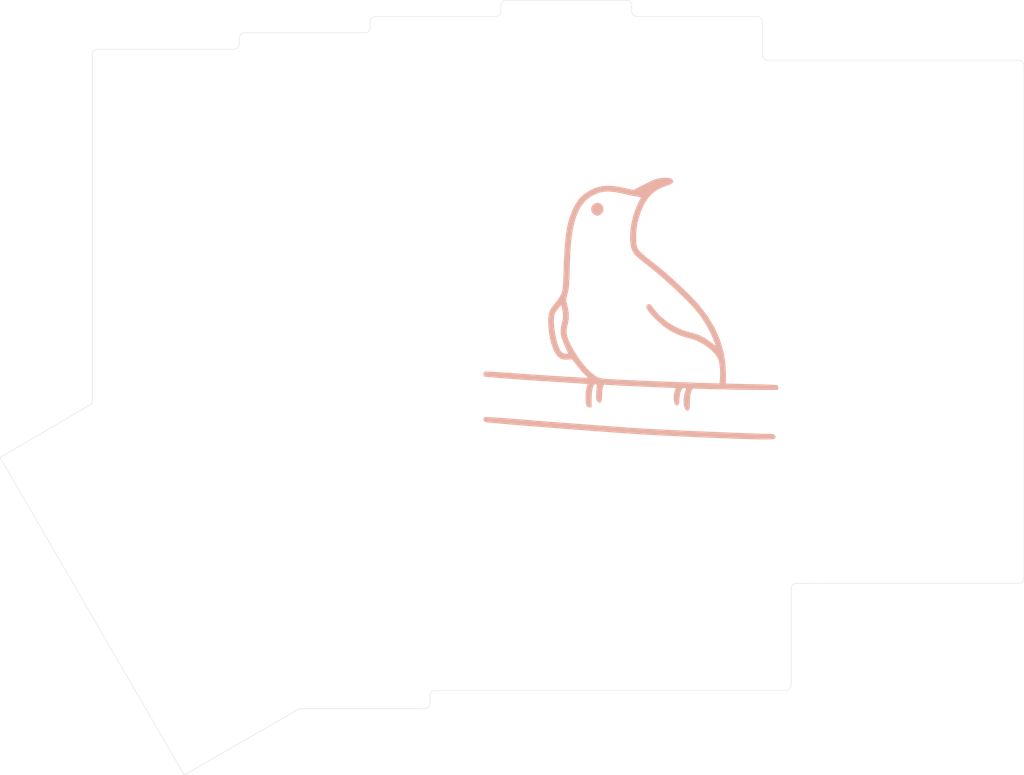
<source format=kicad_pcb>
(kicad_pcb (version 20171130) (host pcbnew "(5.1.9-0-10_14)")

  (general
    (thickness 1.6)
    (drawings 39)
    (tracks 0)
    (zones 0)
    (modules 6)
    (nets 1)
  )

  (page A4)
  (layers
    (0 F.Cu signal)
    (31 B.Cu signal)
    (32 B.Adhes user)
    (33 F.Adhes user)
    (34 B.Paste user)
    (35 F.Paste user)
    (36 B.SilkS user)
    (37 F.SilkS user)
    (38 B.Mask user)
    (39 F.Mask user)
    (40 Dwgs.User user)
    (41 Cmts.User user)
    (42 Eco1.User user)
    (43 Eco2.User user)
    (44 Edge.Cuts user)
    (45 Margin user)
    (46 B.CrtYd user)
    (47 F.CrtYd user)
    (48 B.Fab user)
    (49 F.Fab user)
  )

  (setup
    (last_trace_width 0.25)
    (trace_clearance 0.2)
    (zone_clearance 0.508)
    (zone_45_only no)
    (trace_min 0.2)
    (via_size 0.8)
    (via_drill 0.4)
    (via_min_size 0.4)
    (via_min_drill 0.3)
    (uvia_size 0.3)
    (uvia_drill 0.1)
    (uvias_allowed no)
    (uvia_min_size 0.2)
    (uvia_min_drill 0.1)
    (edge_width 0.05)
    (segment_width 0.2)
    (pcb_text_width 0.3)
    (pcb_text_size 1.5 1.5)
    (mod_edge_width 0.12)
    (mod_text_size 1 1)
    (mod_text_width 0.15)
    (pad_size 1.524 1.524)
    (pad_drill 0.762)
    (pad_to_mask_clearance 0)
    (aux_axis_origin 0 0)
    (grid_origin 221.477 98.425)
    (visible_elements FFFFFF7F)
    (pcbplotparams
      (layerselection 0x011fc_ffffffff)
      (usegerberextensions false)
      (usegerberattributes true)
      (usegerberadvancedattributes true)
      (creategerberjobfile true)
      (excludeedgelayer true)
      (linewidth 0.100000)
      (plotframeref false)
      (viasonmask false)
      (mode 1)
      (useauxorigin false)
      (hpglpennumber 1)
      (hpglpenspeed 20)
      (hpglpendiameter 15.000000)
      (psnegative false)
      (psa4output false)
      (plotreference true)
      (plotvalue true)
      (plotinvisibletext false)
      (padsonsilk false)
      (subtractmaskfromsilk false)
      (outputformat 1)
      (mirror false)
      (drillshape 0)
      (scaleselection 1)
      (outputdirectory "./gerbers"))
  )

  (net 0 "")

  (net_class Default "This is the default net class."
    (clearance 0.2)
    (trace_width 0.25)
    (via_dia 0.8)
    (via_drill 0.4)
    (uvia_dia 0.3)
    (uvia_drill 0.1)
  )

  (module footprints:wren_logo_large (layer B.Cu) (tedit 0) (tstamp 60855839)
    (at 164.2 96.52 180)
    (fp_text reference G*** (at 0 0) (layer B.SilkS) hide
      (effects (font (size 1.524 1.524) (thickness 0.3)) (justify mirror))
    )
    (fp_text value LOGO (at 0.75 0) (layer B.SilkS) hide
      (effects (font (size 1.524 1.524) (thickness 0.3)) (justify mirror))
    )
    (fp_poly (pts (xy 21.305306 -15.777034) (xy 21.453922 -15.934693) (xy 21.466438 -16.175629) (xy 21.354528 -16.405686)
      (xy 21.214773 -16.507264) (xy 21.053493 -16.535665) (xy 20.680056 -16.579135) (xy 20.112626 -16.63624)
      (xy 19.369365 -16.705548) (xy 18.468436 -16.785627) (xy 17.428001 -16.875044) (xy 16.266223 -16.972367)
      (xy 15.001265 -17.076163) (xy 13.651289 -17.184999) (xy 12.234457 -17.297443) (xy 10.768933 -17.412063)
      (xy 9.272879 -17.527425) (xy 7.764457 -17.642098) (xy 6.261831 -17.754649) (xy 4.783162 -17.863644)
      (xy 3.346614 -17.967653) (xy 1.970349 -18.065242) (xy 0.67253 -18.154978) (xy -0.528681 -18.235429)
      (xy -1.443182 -18.29437) (xy -2.503227 -18.3581) (xy -3.703184 -18.424786) (xy -5.016008 -18.493303)
      (xy -6.414652 -18.562527) (xy -7.87207 -18.631331) (xy -9.361215 -18.698591) (xy -10.855041 -18.763181)
      (xy -12.326502 -18.823975) (xy -13.748553 -18.879849) (xy -15.094146 -18.929676) (xy -16.336235 -18.972332)
      (xy -17.447775 -19.006691) (xy -18.401718 -19.031628) (xy -19.171019 -19.046017) (xy -19.584272 -19.049211)
      (xy -20.195318 -19.041674) (xy -20.611466 -19.01543) (xy -20.868267 -18.966355) (xy -21.00127 -18.890322)
      (xy -21.006602 -18.884198) (xy -21.088757 -18.646227) (xy -20.985355 -18.424501) (xy -20.738422 -18.274319)
      (xy -20.517983 -18.241252) (xy -20.066912 -18.235329) (xy -19.410297 -18.21929) (xy -18.573238 -18.19417)
      (xy -17.580831 -18.161006) (xy -16.458172 -18.120833) (xy -15.230359 -18.074688) (xy -13.92249 -18.023608)
      (xy -12.559661 -17.968627) (xy -11.16697 -17.910782) (xy -9.769513 -17.85111) (xy -8.392389 -17.790645)
      (xy -7.060693 -17.730426) (xy -5.799523 -17.671486) (xy -4.633976 -17.614864) (xy -3.58915 -17.561594)
      (xy -2.690142 -17.512713) (xy -2.251363 -17.487139) (xy -1.25053 -17.42423) (xy -0.045904 -17.343913)
      (xy 1.336212 -17.248149) (xy 2.869515 -17.138894) (xy 4.527703 -17.018107) (xy 6.284472 -16.887745)
      (xy 8.113521 -16.749768) (xy 9.988545 -16.606133) (xy 11.883242 -16.458798) (xy 13.77131 -16.309721)
      (xy 15.626445 -16.16086) (xy 16.311897 -16.105197) (xy 17.348108 -16.022586) (xy 18.316016 -15.948933)
      (xy 19.190713 -15.885875) (xy 19.947289 -15.835048) (xy 20.560837 -15.798089) (xy 21.006449 -15.776636)
      (xy 21.259216 -15.772325) (xy 21.305306 -15.777034)) (layer B.SilkS) (width 0.01))
    (fp_poly (pts (xy -4.856424 19.034026) (xy -4.701341 19.027021) (xy -4.31494 19.005227) (xy -4.002778 18.971113)
      (xy -3.716503 18.908523) (xy -3.407765 18.801302) (xy -3.028209 18.633293) (xy -2.529484 18.388343)
      (xy -2.025884 18.133086) (xy -0.364722 17.287646) (xy 0.990352 17.596645) (xy 2.189584 17.821982)
      (xy 3.240772 17.906898) (xy 4.183967 17.84491) (xy 5.05922 17.629535) (xy 5.906582 17.254291)
      (xy 6.766103 16.712694) (xy 6.85723 16.646975) (xy 7.454439 16.086253) (xy 8.005388 15.315968)
      (xy 8.50004 14.354606) (xy 8.928355 13.220656) (xy 9.169182 12.389182) (xy 9.333765 11.60056)
      (xy 9.477301 10.59267) (xy 9.598779 9.376284) (xy 9.697186 7.962172) (xy 9.771509 6.361105)
      (xy 9.791223 5.772453) (xy 9.820243 4.847574) (xy 9.846486 4.121862) (xy 9.873266 3.563653)
      (xy 9.903898 3.141285) (xy 9.941696 2.823097) (xy 9.989974 2.577424) (xy 10.052046 2.372604)
      (xy 10.131226 2.176976) (xy 10.178542 2.072115) (xy 10.419344 1.636618) (xy 10.746041 1.156428)
      (xy 11.025415 0.808738) (xy 11.473393 0.259616) (xy 11.773302 -0.2406) (xy 11.950922 -0.763478)
      (xy 12.032033 -1.380588) (xy 12.04448 -2.020455) (xy 11.985397 -3.041094) (xy 11.837215 -4.053344)
      (xy 11.612813 -5.004171) (xy 11.325074 -5.84054) (xy 10.986877 -6.509415) (xy 10.935031 -6.588446)
      (xy 10.565466 -7.042161) (xy 10.17342 -7.305534) (xy 9.688741 -7.414154) (xy 9.298176 -7.41892)
      (xy 8.569945 -7.391022) (xy 7.750324 -8.417441) (xy 7.382157 -8.865492) (xy 7.026998 -9.275086)
      (xy 6.731159 -9.594) (xy 6.573766 -9.744203) (xy 6.216829 -10.044546) (xy 6.774096 -10.044348)
      (xy 7.062025 -10.036283) (xy 7.555108 -10.01328) (xy 8.228182 -9.976934) (xy 9.056086 -9.928843)
      (xy 10.013657 -9.870603) (xy 11.075733 -9.803811) (xy 12.217152 -9.730065) (xy 13.412751 -9.65096)
      (xy 14.637368 -9.568093) (xy 15.865842 -9.483063) (xy 17.073009 -9.397464) (xy 17.814512 -9.343726)
      (xy 18.672886 -9.283513) (xy 19.460626 -9.233154) (xy 20.147102 -9.194218) (xy 20.701686 -9.168274)
      (xy 21.093748 -9.156892) (xy 21.292659 -9.161639) (xy 21.307012 -9.164828) (xy 21.432495 -9.317488)
      (xy 21.471151 -9.569256) (xy 21.416301 -9.802686) (xy 21.347584 -9.878476) (xy 21.20143 -9.906564)
      (xy 20.845949 -9.947197) (xy 20.30229 -9.998786) (xy 19.5916 -10.05974) (xy 18.73503 -10.128469)
      (xy 17.753727 -10.203385) (xy 16.66884 -10.282896) (xy 15.501518 -10.365412) (xy 14.27291 -10.449345)
      (xy 13.004165 -10.533103) (xy 11.71643 -10.615097) (xy 10.795 -10.671807) (xy 9.938108 -10.72456)
      (xy 9.114826 -10.776756) (xy 8.366521 -10.825656) (xy 7.734558 -10.868523) (xy 7.260304 -10.902619)
      (xy 7.030818 -10.920978) (xy 6.268455 -10.988212) (xy 6.437129 -11.468879) (xy 6.529098 -11.882739)
      (xy 6.582759 -12.434819) (xy 6.596157 -13.035311) (xy 6.567341 -13.594406) (xy 6.494356 -14.022294)
      (xy 6.492776 -14.027727) (xy 6.375164 -14.279164) (xy 6.172827 -14.36841) (xy 6.053057 -14.374091)
      (xy 5.715 -14.374091) (xy 5.714414 -13.104091) (xy 5.685353 -12.293112) (xy 5.601097 -11.667805)
      (xy 5.464784 -11.239141) (xy 5.279551 -11.018094) (xy 5.111043 -10.995017) (xy 4.959007 -11.107469)
      (xy 4.947907 -11.205948) (xy 4.974432 -11.39498) (xy 5.007727 -11.746151) (xy 5.041483 -12.191061)
      (xy 5.048421 -12.295909) (xy 5.071791 -12.775338) (xy 5.060555 -13.089123) (xy 5.005323 -13.30115)
      (xy 4.896704 -13.475305) (xy 4.870247 -13.508182) (xy 4.676694 -13.697883) (xy 4.513608 -13.713901)
      (xy 4.42337 -13.668883) (xy 4.313193 -13.559375) (xy 4.245572 -13.361997) (xy 4.209264 -13.025511)
      (xy 4.195371 -12.629792) (xy 4.170121 -12.145873) (xy 4.120805 -11.711611) (xy 4.05747 -11.412111)
      (xy 4.048756 -11.387579) (xy 3.920861 -11.056521) (xy 2.855203 -11.130699) (xy 2.548505 -11.149127)
      (xy 2.056647 -11.175141) (xy 1.412302 -11.207272) (xy 0.648141 -11.244053) (xy -0.203166 -11.284018)
      (xy -1.108947 -11.325698) (xy -2.036532 -11.367626) (xy -2.953249 -11.408335) (xy -3.826427 -11.446357)
      (xy -4.623395 -11.480225) (xy -5.311482 -11.508472) (xy -5.858017 -11.529629) (xy -6.230329 -11.54223)
      (xy -6.372972 -11.545183) (xy -6.491342 -11.565603) (xy -6.505043 -11.666485) (xy -6.41754 -11.907976)
      (xy -6.396754 -11.958001) (xy -6.294589 -12.335529) (xy -6.24979 -12.791198) (xy -6.259123 -13.25685)
      (xy -6.319355 -13.664325) (xy -6.427254 -13.945467) (xy -6.494318 -14.015084) (xy -6.748987 -14.100521)
      (xy -6.930303 -13.984176) (xy -7.042876 -13.658991) (xy -7.091314 -13.117912) (xy -7.091769 -13.100553)
      (xy -7.155733 -12.421132) (xy -7.305868 -11.927938) (xy -7.536828 -11.632567) (xy -7.808499 -11.545455)
      (xy -8.016281 -11.574943) (xy -8.041188 -11.691139) (xy -8.020211 -11.7475) (xy -7.800845 -12.413285)
      (xy -7.685058 -13.104083) (xy -7.675058 -13.759122) (xy -7.773054 -14.31763) (xy -7.915429 -14.631571)
      (xy -8.088067 -14.84409) (xy -8.252086 -14.871202) (xy -8.425426 -14.782328) (xy -8.511475 -14.667611)
      (xy -8.565211 -14.429227) (xy -8.592325 -14.028333) (xy -8.598608 -13.600687) (xy -8.621083 -12.927568)
      (xy -8.688839 -12.433434) (xy -8.800553 -12.086599) (xy -8.999743 -11.64638) (xy -12.841462 -11.740235)
      (xy -13.902949 -11.764239) (xy -15.01579 -11.785976) (xy -16.126013 -11.804628) (xy -17.179643 -11.819381)
      (xy -18.122704 -11.829418) (xy -18.901222 -11.833923) (xy -19.05 -11.834091) (xy -21.416818 -11.834091)
      (xy -21.453414 -11.515935) (xy -21.429793 -11.249643) (xy -21.334815 -11.138224) (xy -21.184973 -11.121104)
      (xy -20.833209 -11.100577) (xy -20.308467 -11.077728) (xy -19.63969 -11.053642) (xy -18.855821 -11.029404)
      (xy -17.985804 -11.0061) (xy -17.502508 -10.994563) (xy -13.825397 -10.910455) (xy -13.846155 -9.616432)
      (xy -13.840084 -9.491213) (xy -13.00462 -9.491213) (xy -12.978424 -10.090592) (xy -12.904022 -10.887093)
      (xy -10.406329 -10.810696) (xy -9.566161 -10.784074) (xy -8.563869 -10.750826) (xy -7.468064 -10.71332)
      (xy -6.347355 -10.673922) (xy -5.270353 -10.635001) (xy -4.675909 -10.612946) (xy -3.616492 -10.571566)
      (xy -2.434576 -10.522685) (xy -1.208875 -10.469736) (xy -0.018103 -10.416154) (xy 1.059026 -10.365374)
      (xy 1.51975 -10.342642) (xy 2.425379 -10.296348) (xy 3.131526 -10.256867) (xy 3.66936 -10.220106)
      (xy 4.070051 -10.181973) (xy 4.364768 -10.138373) (xy 4.584681 -10.085214) (xy 4.760959 -10.018404)
      (xy 4.924771 -9.933849) (xy 5.010726 -9.884235) (xy 5.632954 -9.435695) (xy 6.300509 -8.804136)
      (xy 6.98265 -8.024556) (xy 7.648636 -7.131956) (xy 8.023676 -6.546133) (xy 9.120909 -6.546133)
      (xy 9.222302 -6.569119) (xy 9.473039 -6.564247) (xy 9.542394 -6.559015) (xy 9.955974 -6.438175)
      (xy 10.176993 -6.234546) (xy 10.433339 -5.775503) (xy 10.667399 -5.150135) (xy 10.870472 -4.411025)
      (xy 11.033858 -3.610756) (xy 11.148856 -2.801914) (xy 11.206765 -2.037081) (xy 11.198885 -1.368841)
      (xy 11.116515 -0.849777) (xy 11.084175 -0.751871) (xy 10.957362 -0.507529) (xy 10.755595 -0.20297)
      (xy 10.52585 0.100467) (xy 10.315103 0.34144) (xy 10.17033 0.458609) (xy 10.154712 0.461818)
      (xy 10.099675 0.35666) (xy 10.029259 0.078671) (xy 9.95725 -0.315916) (xy 9.94595 -0.389818)
      (xy 9.884109 -0.912343) (xy 9.884308 -1.314342) (xy 9.949808 -1.698592) (xy 9.992646 -1.861864)
      (xy 10.159585 -2.549205) (xy 10.233386 -3.140668) (xy 10.206988 -3.697397) (xy 10.073331 -4.280533)
      (xy 9.825353 -4.95122) (xy 9.569149 -5.528936) (xy 9.373295 -5.957032) (xy 9.220846 -6.299631)
      (xy 9.133455 -6.507596) (xy 9.120909 -6.546133) (xy 8.023676 -6.546133) (xy 8.241351 -6.206119)
      (xy 8.72529 -5.343487) (xy 9.067446 -4.616843) (xy 9.276891 -3.987354) (xy 9.362698 -3.416191)
      (xy 9.333937 -2.86452) (xy 9.199681 -2.29351) (xy 9.174142 -2.213355) (xy 9.03842 -1.481945)
      (xy 9.055197 -0.601296) (xy 9.223541 0.40527) (xy 9.289508 0.67504) (xy 9.383149 1.065866)
      (xy 9.415407 1.353149) (xy 9.382298 1.633183) (xy 9.279841 2.002258) (xy 9.227789 2.167375)
      (xy 9.152499 2.426426) (xy 9.091762 2.70028) (xy 9.04288 3.020893) (xy 9.003157 3.420222)
      (xy 8.969895 3.930226) (xy 8.940397 4.58286) (xy 8.911965 5.410082) (xy 8.889364 6.176818)
      (xy 8.841505 7.557818) (xy 8.7795 8.742553) (xy 8.699447 9.765437) (xy 8.597446 10.660887)
      (xy 8.469598 11.463318) (xy 8.312003 12.207145) (xy 8.126803 12.905982) (xy 7.734001 14.016961)
      (xy 7.249429 14.931271) (xy 6.656195 15.670675) (xy 5.937405 16.256937) (xy 5.222379 16.647812)
      (xy 4.569791 16.896397) (xy 3.917394 17.036443) (xy 3.216466 17.0693) (xy 2.418281 16.996318)
      (xy 1.474117 16.818849) (xy 1.212273 16.758952) (xy 0.589793 16.617516) (xy -0.011664 16.489618)
      (xy -0.525567 16.388867) (xy -0.885384 16.328871) (xy -0.899238 16.327042) (xy -1.231178 16.271477)
      (xy -1.438232 16.21208) (xy -1.47585 16.177033) (xy -1.407961 16.0444) (xy -1.265493 15.770796)
      (xy -1.108383 15.470909) (xy -0.67895 14.512495) (xy -0.333213 13.456242) (xy -0.079774 12.354795)
      (xy 0.072762 11.260797) (xy 0.115793 10.226895) (xy 0.040714 9.305731) (xy -0.038474 8.924184)
      (xy -0.198565 8.489923) (xy -0.424695 8.080278) (xy -0.529156 7.941568) (xy -0.654139 7.800819)
      (xy -0.787768 7.662351) (xy -0.953561 7.50629) (xy -1.175036 7.312761) (xy -1.475713 7.061891)
      (xy -1.879109 6.733805) (xy -2.408743 6.308629) (xy -3.088134 5.766489) (xy -3.348182 5.559342)
      (xy -4.049488 4.981296) (xy -4.846199 4.291988) (xy -5.694878 3.531701) (xy -6.552085 2.740717)
      (xy -7.374381 1.959317) (xy -8.118328 1.227785) (xy -8.740488 0.586403) (xy -8.919204 0.393122)
      (xy -9.986973 -0.883216) (xy -10.86751 -2.170795) (xy -11.599327 -3.52942) (xy -11.939072 -4.296358)
      (xy -12.119111 -4.737239) (xy -12.259673 -5.092782) (xy -12.341132 -5.31275) (xy -12.353636 -5.357473)
      (xy -12.269403 -5.320903) (xy -12.044919 -5.171683) (xy -11.722508 -4.938532) (xy -11.592457 -4.840974)
      (xy -10.827408 -4.306533) (xy -10.12825 -3.92408) (xy -9.424301 -3.659414) (xy -8.862341 -3.520022)
      (xy -7.624199 -3.162801) (xy -6.419422 -2.618679) (xy -5.290884 -1.915978) (xy -4.281453 -1.083019)
      (xy -3.434001 -0.148124) (xy -3.143279 0.258134) (xy -2.859177 0.583691) (xy -2.590128 0.682926)
      (xy -2.340999 0.554379) (xy -2.301742 0.51069) (xy -2.235164 0.308373) (xy -2.316064 0.023385)
      (xy -2.553221 -0.357969) (xy -2.955414 -0.849383) (xy -3.531422 -1.46455) (xy -3.636818 -1.57185)
      (xy -4.604607 -2.452763) (xy -5.614977 -3.163506) (xy -6.715287 -3.729654) (xy -7.952898 -4.176779)
      (xy -8.941056 -4.43604) (xy -9.606459 -4.663179) (xy -10.323639 -5.032722) (xy -11.038612 -5.504759)
      (xy -11.697394 -6.039377) (xy -12.246003 -6.596665) (xy -12.630455 -7.13671) (xy -12.654249 -7.181342)
      (xy -12.796918 -7.586227) (xy -12.907977 -8.152011) (xy -12.979766 -8.809928) (xy -13.00462 -9.491213)
      (xy -13.840084 -9.491213) (xy -13.760199 -7.843645) (xy -13.447386 -6.096978) (xy -12.911106 -4.385049)
      (xy -12.154747 -2.71647) (xy -11.181696 -1.099858) (xy -9.995343 0.456174) (xy -9.791404 0.692727)
      (xy -9.129778 1.411822) (xy -8.323605 2.22982) (xy -7.414308 3.108749) (xy -6.443306 4.010634)
      (xy -5.45202 4.897501) (xy -4.481872 5.731378) (xy -3.574281 6.474291) (xy -3.001818 6.917282)
      (xy -2.257997 7.493399) (xy -1.693382 7.972432) (xy -1.287594 8.373418) (xy -1.02025 8.715393)
      (xy -0.951547 8.832273) (xy -0.843482 9.182967) (xy -0.780483 9.706514) (xy -0.761632 10.34948)
      (xy -0.786011 11.058435) (xy -0.852703 11.779945) (xy -0.960789 12.46058) (xy -1.018347 12.721562)
      (xy -1.408446 14.03784) (xy -1.894333 15.152016) (xy -2.486247 16.076461) (xy -3.194425 16.82355)
      (xy -4.029106 17.405656) (xy -5.000527 17.835152) (xy -5.337006 17.940964) (xy -5.835709 18.130077)
      (xy -6.120943 18.344855) (xy -6.187144 18.577531) (xy -6.028746 18.820337) (xy -5.99046 18.852976)
      (xy -5.823819 18.96157) (xy -5.61826 19.022678) (xy -5.315292 19.044198) (xy -4.856424 19.034026)) (layer B.SilkS) (width 0.01))
    (fp_poly (pts (xy 5.069193 15.393824) (xy 5.230564 15.340912) (xy 5.572928 15.092528) (xy 5.756617 14.738869)
      (xy 5.778782 14.344327) (xy 5.636575 13.973295) (xy 5.327148 13.690165) (xy 5.304125 13.677855)
      (xy 5.021324 13.546637) (xy 4.821633 13.52682) (xy 4.587663 13.615262) (xy 4.505003 13.656477)
      (xy 4.169441 13.924515) (xy 4.00618 14.263896) (xy 3.995071 14.627846) (xy 4.115966 14.969589)
      (xy 4.348717 15.24235) (xy 4.673175 15.399353) (xy 5.069193 15.393824)) (layer B.SilkS) (width 0.01))
  )

  (module MountingHole:MountingHole_2.2mm_M2 (layer B.Cu) (tedit 56D1B4CB) (tstamp 607B26AA)
    (at 111.114 139.35075 180)
    (descr "Mounting Hole 2.2mm, no annular, M2")
    (tags "mounting hole 2.2mm no annular m2")
    (path /607DE302)
    (attr virtual)
    (fp_text reference H7 (at 0 6.5) (layer B.SilkS) hide
      (effects (font (size 1 1) (thickness 0.15)) (justify mirror))
    )
    (fp_text value MountingHole (at 0 -6.5) (layer B.Fab)
      (effects (font (size 1 1) (thickness 0.15)) (justify mirror))
    )
    (fp_text user %R (at 0.3 0) (layer B.Fab)
      (effects (font (size 1 1) (thickness 0.15)) (justify mirror))
    )
    (fp_circle (center 0 0) (end 2.2 0) (layer Cmts.User) (width 0.15))
    (fp_circle (center 0 0) (end 2.45 0) (layer B.CrtYd) (width 0.05))
    (pad 1 np_thru_hole circle (at 0 0 180) (size 2.2 2.2) (drill 2.2) (layers *.Cu *.Mask))
  )

  (module MountingHole:MountingHole_2.2mm_M2 (layer B.Cu) (tedit 56D1B4CB) (tstamp 607B26A2)
    (at 126.227 113.50625 180)
    (descr "Mounting Hole 2.2mm, no annular, M2")
    (tags "mounting hole 2.2mm no annular m2")
    (path /607DF460)
    (attr virtual)
    (fp_text reference H6 (at 0 6.5) (layer B.SilkS) hide
      (effects (font (size 1 1) (thickness 0.15)) (justify mirror))
    )
    (fp_text value MountingHole (at 0 -6.5) (layer B.Fab)
      (effects (font (size 1 1) (thickness 0.15)) (justify mirror))
    )
    (fp_text user %R (at 0.3 0) (layer B.Fab)
      (effects (font (size 1 1) (thickness 0.15)) (justify mirror))
    )
    (fp_circle (center 0 0) (end 2.2 0) (layer Cmts.User) (width 0.15))
    (fp_circle (center 0 0) (end 2.45 0) (layer B.CrtYd) (width 0.05))
    (pad 1 np_thru_hole circle (at 0 0 180) (size 2.2 2.2) (drill 2.2) (layers *.Cu *.Mask))
  )

  (module MountingHole:MountingHole_2.2mm_M2 (layer B.Cu) (tedit 56D1B4CB) (tstamp 607B268A)
    (at 126.227 75.40625 180)
    (descr "Mounting Hole 2.2mm, no annular, M2")
    (tags "mounting hole 2.2mm no annular m2")
    (path /607DC9F0)
    (attr virtual)
    (fp_text reference H3 (at 0 6.5) (layer B.SilkS) hide
      (effects (font (size 1 1) (thickness 0.15)) (justify mirror))
    )
    (fp_text value MountingHole (at 0 -6.5) (layer B.Fab)
      (effects (font (size 1 1) (thickness 0.15)) (justify mirror))
    )
    (fp_text user %R (at 0.3 0) (layer B.Fab)
      (effects (font (size 1 1) (thickness 0.15)) (justify mirror))
    )
    (fp_circle (center 0 0) (end 2.2 0) (layer Cmts.User) (width 0.15))
    (fp_circle (center 0 0) (end 2.45 0) (layer B.CrtYd) (width 0.05))
    (pad 1 np_thru_hole circle (at 0 0 180) (size 2.2 2.2) (drill 2.2) (layers *.Cu *.Mask))
  )

  (module MountingHole:MountingHole_2.2mm_M2 (layer B.Cu) (tedit 56D1B4CB) (tstamp 607B2682)
    (at 202.427 79.375 180)
    (descr "Mounting Hole 2.2mm, no annular, M2")
    (tags "mounting hole 2.2mm no annular m2")
    (path /607DE9D9)
    (attr virtual)
    (fp_text reference H2 (at 0 6.5) (layer B.SilkS) hide
      (effects (font (size 1 1) (thickness 0.15)) (justify mirror))
    )
    (fp_text value MountingHole (at 0 -6.5) (layer B.Fab)
      (effects (font (size 1 1) (thickness 0.15)) (justify mirror))
    )
    (fp_text user %R (at 0.3 0) (layer B.Fab)
      (effects (font (size 1 1) (thickness 0.15)) (justify mirror))
    )
    (fp_circle (center 0 0) (end 2.2 0) (layer Cmts.User) (width 0.15))
    (fp_circle (center 0 0) (end 2.45 0) (layer B.CrtYd) (width 0.05))
    (pad 1 np_thru_hole circle (at 0 0 180) (size 2.2 2.2) (drill 2.2) (layers *.Cu *.Mask))
  )

  (module MountingHole:MountingHole_2.2mm_M2 (layer B.Cu) (tedit 56D1B4CB) (tstamp 607B99EA)
    (at 202.4015 117.44325 180)
    (descr "Mounting Hole 2.2mm, no annular, M2")
    (tags "mounting hole 2.2mm no annular m2")
    (path /607DE5EF)
    (attr virtual)
    (fp_text reference H1 (at 0 6.5) (layer B.SilkS) hide
      (effects (font (size 1 1) (thickness 0.15)) (justify mirror))
    )
    (fp_text value MountingHole (at 0 -6.5) (layer B.Fab)
      (effects (font (size 1 1) (thickness 0.15)) (justify mirror))
    )
    (fp_text user %R (at 0.3 0) (layer B.Fab)
      (effects (font (size 1 1) (thickness 0.15)) (justify mirror))
    )
    (fp_circle (center 0 0) (end 2.2 0) (layer Cmts.User) (width 0.15))
    (fp_circle (center 0 0) (end 2.45 0) (layer B.CrtYd) (width 0.05))
    (pad 1 np_thru_hole circle (at 0 0 180) (size 2.2 2.2) (drill 2.2) (layers *.Cu *.Mask))
  )

  (gr_arc (start 165.1115 53.18125) (end 165.1115 53.975) (angle 90) (layer Edge.Cuts) (width 0.05))
  (gr_line (start 220.6565 60.325) (end 184.1555 60.325) (layer Edge.Cuts) (width 0.05) (tstamp 6084BB3E))
  (gr_line (start 221.45 135.73125) (end 221.45025 61.11875) (layer Edge.Cuts) (width 0.05) (tstamp 6084BB36))
  (gr_line (start 220.6565 136.52475) (end 192.0905 136.525) (layer Edge.Cuts) (width 0.05) (tstamp 6084BB1C))
  (gr_line (start 188.336 136.52525) (end 192.0905 136.525) (layer Edge.Cuts) (width 0.05) (tstamp 6084922F))
  (gr_line (start 187.5425 151.32075) (end 187.5425 137.31875) (layer Edge.Cuts) (width 0.05) (tstamp 6084922E))
  (gr_line (start 186.749 152.11425) (end 135.752 152.11425) (layer Edge.Cuts) (width 0.05) (tstamp 6084922D))
  (gr_line (start 134.9585 152.90775) (end 134.9585 153.9875) (layer Edge.Cuts) (width 0.05) (tstamp 6084921D))
  (gr_arc (start 186.749 151.32075) (end 187.5425 151.32075) (angle 90) (layer Edge.Cuts) (width 0.05) (tstamp 60849216))
  (gr_line (start 85.7615 110.33125) (end 85.7615 59.53125) (layer Edge.Cuts) (width 0.05) (tstamp 607F83B0))
  (gr_line (start 72.3535 118.20525) (end 85.7615 110.33125) (layer Edge.Cuts) (width 0.05))
  (gr_line (start 99.1505 164.43325) (end 72.3535 118.20525) (layer Edge.Cuts) (width 0.05))
  (gr_line (start 115.9145 154.78125) (end 99.1505 164.43325) (layer Edge.Cuts) (width 0.05))
  (gr_line (start 134.165 154.781) (end 115.9145 154.78125) (layer Edge.Cuts) (width 0.05))
  (gr_arc (start 134.165 153.9875) (end 134.9585 153.9875) (angle 90) (layer Edge.Cuts) (width 0.05))
  (gr_arc (start 135.752 152.90775) (end 134.9585 152.90775) (angle 90) (layer Edge.Cuts) (width 0.05))
  (gr_arc (start 188.336 137.31875) (end 187.5425 137.31875) (angle 90) (layer Edge.Cuts) (width 0.05))
  (gr_arc (start 220.6565 135.73125) (end 221.45 135.73125) (angle 90) (layer Edge.Cuts) (width 0.05))
  (gr_arc (start 220.6565 61.11875) (end 220.6565 60.325) (angle 90) (layer Edge.Cuts) (width 0.05))
  (gr_arc (start 184.1555 59.53125) (end 184.1555 60.325) (angle 90) (layer Edge.Cuts) (width 0.05))
  (gr_line (start 183.36225 54.76875) (end 183.362 59.53125) (layer Edge.Cuts) (width 0.05))
  (gr_arc (start 182.5685 54.76875) (end 182.5685 53.975) (angle 90) (layer Edge.Cuts) (width 0.05))
  (gr_line (start 165.1115 53.975) (end 182.5685 53.975) (layer Edge.Cuts) (width 0.05))
  (gr_line (start 164.31825 52.3875) (end 164.318 53.18125) (layer Edge.Cuts) (width 0.05))
  (gr_arc (start 163.5245 52.3875) (end 163.5245 51.59375) (angle 90) (layer Edge.Cuts) (width 0.05))
  (gr_line (start 146.0675 51.594) (end 163.5245 51.59375) (layer Edge.Cuts) (width 0.05))
  (gr_arc (start 146.0675 52.3875) (end 145.274 52.3875) (angle 90) (layer Edge.Cuts) (width 0.05))
  (gr_line (start 145.274 53.18125) (end 145.274 52.3875) (layer Edge.Cuts) (width 0.05))
  (gr_arc (start 144.4805 53.18125) (end 145.274 53.18125) (angle 90) (layer Edge.Cuts) (width 0.05))
  (gr_line (start 127.0235 53.97525) (end 144.4805 53.975) (layer Edge.Cuts) (width 0.05))
  (gr_arc (start 127.0235 54.76875) (end 126.23 54.76875) (angle 90) (layer Edge.Cuts) (width 0.05))
  (gr_line (start 126.23 55.5625) (end 126.23 54.76875) (layer Edge.Cuts) (width 0.05))
  (gr_arc (start 125.4365 55.5625) (end 126.23 55.5625) (angle 90) (layer Edge.Cuts) (width 0.05))
  (gr_line (start 107.9795 56.3565) (end 125.4365 56.35625) (layer Edge.Cuts) (width 0.05))
  (gr_line (start 107.186 57.15) (end 107.186 57.94375) (layer Edge.Cuts) (width 0.05) (tstamp 607F7FF1))
  (gr_arc (start 107.9795 57.15) (end 107.186 57.15) (angle 90) (layer Edge.Cuts) (width 0.05))
  (gr_arc (start 106.3925 57.94375) (end 107.186 57.94375) (angle 90) (layer Edge.Cuts) (width 0.05))
  (gr_line (start 86.555 58.73775) (end 106.3925 58.7375) (layer Edge.Cuts) (width 0.05))
  (gr_arc (start 86.555 59.53125) (end 85.7615 59.53125) (angle 90) (layer Edge.Cuts) (width 0.05))

)

</source>
